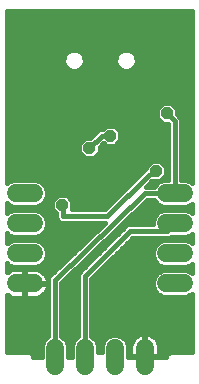
<source format=gbl>
G75*
%MOIN*%
%OFA0B0*%
%FSLAX24Y24*%
%IPPOS*%
%LPD*%
%AMOC8*
5,1,8,0,0,1.08239X$1,22.5*
%
%ADD10C,0.0600*%
%ADD11OC8,0.0396*%
%ADD12C,0.0160*%
D10*
X001930Y003048D02*
X001930Y003648D01*
X002930Y003648D02*
X002930Y003048D01*
X003930Y003048D02*
X003930Y003648D01*
X004930Y003648D02*
X004930Y003048D01*
X005630Y005793D02*
X006230Y005793D01*
X006230Y006793D02*
X005630Y006793D01*
X005630Y007793D02*
X006230Y007793D01*
X006230Y008793D02*
X005630Y008793D01*
X001230Y008793D02*
X000630Y008793D01*
X000630Y007793D02*
X001230Y007793D01*
X001230Y006793D02*
X000630Y006793D01*
X000630Y005793D02*
X001230Y005793D01*
D11*
X002180Y008418D03*
X002055Y010418D03*
X003083Y010316D03*
X003430Y009168D03*
X003780Y010721D03*
X005305Y009543D03*
X005555Y010668D03*
X005670Y011461D03*
X006180Y011543D03*
X003430Y005043D03*
X002490Y005298D03*
X005715Y004486D03*
D12*
X001215Y003414D02*
X001215Y003348D01*
X001490Y003348D01*
X001490Y003736D01*
X001557Y003898D01*
X001681Y004021D01*
X001710Y004033D01*
X001710Y005830D01*
X001710Y005830D01*
X001710Y005813D01*
X000950Y005813D01*
X000950Y005773D01*
X000950Y005313D01*
X001268Y005313D01*
X001342Y005325D01*
X001414Y005348D01*
X001482Y005383D01*
X001543Y005427D01*
X001596Y005481D01*
X001641Y005542D01*
X001675Y005609D01*
X001698Y005681D01*
X001710Y005756D01*
X001710Y005773D01*
X000950Y005773D01*
X000910Y005773D01*
X000910Y005313D01*
X000592Y005313D01*
X000518Y005325D01*
X000446Y005348D01*
X000378Y005383D01*
X000340Y005411D01*
X000340Y003508D01*
X000989Y003508D01*
X000989Y003509D01*
X001055Y003508D01*
X001121Y003508D01*
X001122Y003508D01*
X001122Y003508D01*
X001168Y003461D01*
X001215Y003415D01*
X001215Y003414D01*
X001215Y003414D01*
X001138Y003492D02*
X001490Y003492D01*
X001490Y003650D02*
X000340Y003650D01*
X000340Y003809D02*
X001520Y003809D01*
X001627Y003967D02*
X000340Y003967D01*
X000340Y004126D02*
X001710Y004126D01*
X001710Y004284D02*
X000340Y004284D01*
X000340Y004443D02*
X001710Y004443D01*
X001710Y004601D02*
X000340Y004601D01*
X000340Y004760D02*
X001710Y004760D01*
X001710Y004918D02*
X000340Y004918D01*
X000340Y005077D02*
X001710Y005077D01*
X001710Y005235D02*
X000340Y005235D01*
X000340Y005394D02*
X000363Y005394D01*
X000340Y006176D02*
X000340Y006461D01*
X000381Y006420D01*
X000542Y006353D01*
X001318Y006353D01*
X001479Y006420D01*
X001603Y006544D01*
X001670Y006706D01*
X001670Y006881D01*
X001603Y007043D01*
X001479Y007166D01*
X001318Y007233D01*
X000542Y007233D01*
X000381Y007166D01*
X000340Y007126D01*
X000340Y007461D01*
X000381Y007420D01*
X000542Y007353D01*
X001318Y007353D01*
X001479Y007420D01*
X001603Y007544D01*
X001670Y007706D01*
X001670Y007881D01*
X001603Y008043D01*
X001479Y008166D01*
X001318Y008233D01*
X000542Y008233D01*
X000381Y008166D01*
X000340Y008126D01*
X000340Y008461D01*
X000381Y008420D01*
X000542Y008353D01*
X001318Y008353D01*
X001479Y008420D01*
X001603Y008544D01*
X001670Y008706D01*
X001670Y008881D01*
X001603Y009043D01*
X001479Y009166D01*
X001318Y009233D01*
X000542Y009233D01*
X000381Y009166D01*
X000340Y009126D01*
X000340Y014879D01*
X006515Y014879D01*
X006515Y009130D01*
X006479Y009166D01*
X006318Y009233D01*
X006150Y009233D01*
X006150Y011292D01*
X006008Y011434D01*
X006008Y011601D01*
X005810Y011799D01*
X005530Y011799D01*
X005332Y011601D01*
X005332Y011321D01*
X005530Y011123D01*
X005697Y011123D01*
X005710Y011110D01*
X005710Y009233D01*
X005542Y009233D01*
X005381Y009166D01*
X005257Y009043D01*
X005245Y009013D01*
X004961Y009013D01*
X005159Y009211D01*
X005165Y009205D01*
X005445Y009205D01*
X005643Y009403D01*
X005643Y009683D01*
X005445Y009881D01*
X005165Y009881D01*
X004967Y009683D01*
X004967Y009638D01*
X004964Y009638D01*
X004925Y009599D01*
X004875Y009574D01*
X004863Y009537D01*
X003589Y008263D01*
X002503Y008263D01*
X002518Y008278D01*
X002518Y008558D01*
X002320Y008756D01*
X002040Y008756D01*
X001842Y008558D01*
X001842Y008278D01*
X001968Y008152D01*
X001968Y007952D01*
X002097Y007823D01*
X003600Y007823D01*
X001842Y006138D01*
X001839Y006138D01*
X001776Y006076D01*
X001712Y006014D01*
X001712Y006011D01*
X001710Y006009D01*
X001710Y005921D01*
X001708Y005842D01*
X001698Y005906D01*
X001675Y005978D01*
X001641Y006045D01*
X001596Y006106D01*
X001543Y006159D01*
X001482Y006204D01*
X001414Y006238D01*
X001342Y006261D01*
X001268Y006273D01*
X000950Y006273D01*
X000950Y005813D01*
X000910Y005813D01*
X000910Y006273D01*
X000592Y006273D01*
X000518Y006261D01*
X000446Y006238D01*
X000378Y006204D01*
X000340Y006176D01*
X000340Y006186D02*
X000354Y006186D01*
X000340Y006345D02*
X002057Y006345D01*
X001892Y006186D02*
X001506Y006186D01*
X001562Y006503D02*
X002222Y006503D01*
X002388Y006662D02*
X001652Y006662D01*
X001670Y006820D02*
X002553Y006820D01*
X002719Y006979D02*
X001629Y006979D01*
X001508Y007137D02*
X002884Y007137D01*
X003049Y007296D02*
X000340Y007296D01*
X000340Y007454D02*
X000347Y007454D01*
X000340Y007137D02*
X000352Y007137D01*
X000910Y006186D02*
X000950Y006186D01*
X000950Y006028D02*
X000910Y006028D01*
X000910Y005869D02*
X000950Y005869D01*
X000950Y005711D02*
X000910Y005711D01*
X000910Y005552D02*
X000950Y005552D01*
X000950Y005394D02*
X000910Y005394D01*
X001497Y005394D02*
X001710Y005394D01*
X001710Y005552D02*
X001646Y005552D01*
X001703Y005711D02*
X001710Y005711D01*
X001704Y005869D02*
X001709Y005869D01*
X001726Y006028D02*
X001649Y006028D01*
X001930Y005918D02*
X004930Y008793D01*
X005930Y008793D01*
X005930Y011201D01*
X005670Y011461D01*
X005710Y011100D02*
X000340Y011100D01*
X000340Y011258D02*
X005394Y011258D01*
X005332Y011417D02*
X000340Y011417D01*
X000340Y011575D02*
X005332Y011575D01*
X005465Y011734D02*
X000340Y011734D01*
X000340Y011892D02*
X006515Y011892D01*
X006515Y011734D02*
X005875Y011734D01*
X006008Y011575D02*
X006515Y011575D01*
X006515Y011417D02*
X006025Y011417D01*
X006150Y011258D02*
X006515Y011258D01*
X006515Y011100D02*
X006150Y011100D01*
X006150Y010941D02*
X006515Y010941D01*
X006515Y010783D02*
X006150Y010783D01*
X006150Y010624D02*
X006515Y010624D01*
X006515Y010466D02*
X006150Y010466D01*
X006150Y010307D02*
X006515Y010307D01*
X006515Y010149D02*
X006150Y010149D01*
X006150Y009990D02*
X006515Y009990D01*
X006515Y009832D02*
X006150Y009832D01*
X006150Y009673D02*
X006515Y009673D01*
X006515Y009515D02*
X006150Y009515D01*
X006150Y009356D02*
X006515Y009356D01*
X006515Y009198D02*
X006403Y009198D01*
X006515Y008456D02*
X006515Y008130D01*
X006479Y008166D01*
X006318Y008233D01*
X005542Y008233D01*
X005381Y008166D01*
X005257Y008043D01*
X005190Y007881D01*
X005190Y007763D01*
X004339Y007763D01*
X004210Y007634D01*
X002710Y006134D01*
X002710Y004033D01*
X002681Y004021D01*
X002557Y003898D01*
X002490Y003736D01*
X002490Y003348D01*
X002370Y003348D01*
X002370Y003736D01*
X002303Y003898D01*
X002179Y004021D01*
X002150Y004033D01*
X002150Y005824D01*
X005018Y008573D01*
X005245Y008573D01*
X005257Y008544D01*
X005381Y008420D01*
X005542Y008353D01*
X006318Y008353D01*
X006479Y008420D01*
X006515Y008456D01*
X006515Y008405D02*
X006443Y008405D01*
X006515Y008247D02*
X004678Y008247D01*
X004843Y008405D02*
X005417Y008405D01*
X005249Y008564D02*
X005008Y008564D01*
X004987Y009039D02*
X005256Y009039D01*
X005146Y009198D02*
X005457Y009198D01*
X005596Y009356D02*
X005710Y009356D01*
X005710Y009515D02*
X005643Y009515D01*
X005643Y009673D02*
X005710Y009673D01*
X005710Y009832D02*
X005495Y009832D01*
X005710Y009990D02*
X003235Y009990D01*
X003223Y009978D02*
X003421Y010176D01*
X003421Y010343D01*
X003550Y010472D01*
X003640Y010383D01*
X003920Y010383D01*
X004118Y010581D01*
X004118Y010861D01*
X003920Y011059D01*
X003640Y011059D01*
X003522Y010941D01*
X003396Y010941D01*
X003109Y010654D01*
X002942Y010654D01*
X002744Y010456D01*
X002744Y010176D01*
X002942Y009978D01*
X003223Y009978D01*
X003083Y010316D02*
X003488Y010721D01*
X003780Y010721D01*
X004003Y010466D02*
X005710Y010466D01*
X005710Y010624D02*
X004118Y010624D01*
X004118Y010783D02*
X005710Y010783D01*
X005710Y010941D02*
X004038Y010941D01*
X003522Y010941D02*
X000340Y010941D01*
X000340Y010783D02*
X003238Y010783D01*
X003421Y010307D02*
X005710Y010307D01*
X005710Y010149D02*
X003394Y010149D01*
X003544Y010466D02*
X003557Y010466D01*
X002913Y010624D02*
X000340Y010624D01*
X000340Y010466D02*
X002754Y010466D01*
X002744Y010307D02*
X000340Y010307D01*
X000340Y010149D02*
X002771Y010149D01*
X002930Y009990D02*
X000340Y009990D01*
X000340Y009832D02*
X005115Y009832D01*
X004967Y009673D02*
X000340Y009673D01*
X000340Y009515D02*
X004840Y009515D01*
X004682Y009356D02*
X000340Y009356D01*
X000340Y009198D02*
X000457Y009198D01*
X000417Y008405D02*
X000340Y008405D01*
X000340Y008247D02*
X001873Y008247D01*
X001842Y008405D02*
X001443Y008405D01*
X001611Y008564D02*
X001847Y008564D01*
X002006Y008722D02*
X001670Y008722D01*
X001670Y008881D02*
X004206Y008881D01*
X004048Y008722D02*
X002354Y008722D01*
X002513Y008564D02*
X003889Y008564D01*
X003731Y008405D02*
X002518Y008405D01*
X002188Y008410D02*
X002188Y008043D01*
X003680Y008043D01*
X005055Y009418D01*
X005305Y009543D01*
X005303Y008088D02*
X004512Y008088D01*
X004347Y007930D02*
X005210Y007930D01*
X005190Y007771D02*
X004182Y007771D01*
X004188Y007613D02*
X004016Y007613D01*
X004030Y007454D02*
X003851Y007454D01*
X003871Y007296D02*
X003685Y007296D01*
X003713Y007137D02*
X003520Y007137D01*
X003554Y006979D02*
X003355Y006979D01*
X003396Y006820D02*
X003189Y006820D01*
X003237Y006662D02*
X003024Y006662D01*
X003079Y006503D02*
X002858Y006503D01*
X002920Y006345D02*
X002693Y006345D01*
X002762Y006186D02*
X002528Y006186D01*
X002362Y006028D02*
X002710Y006028D01*
X002710Y005869D02*
X002197Y005869D01*
X002150Y005711D02*
X002710Y005711D01*
X002710Y005552D02*
X002150Y005552D01*
X002150Y005394D02*
X002710Y005394D01*
X002710Y005235D02*
X002150Y005235D01*
X002150Y005077D02*
X002710Y005077D01*
X002710Y004918D02*
X002150Y004918D01*
X002150Y004760D02*
X002710Y004760D01*
X002710Y004601D02*
X002150Y004601D01*
X002150Y004443D02*
X002710Y004443D01*
X002710Y004284D02*
X002150Y004284D01*
X002150Y004126D02*
X002710Y004126D01*
X002627Y003967D02*
X002233Y003967D01*
X002340Y003809D02*
X002520Y003809D01*
X002490Y003650D02*
X002370Y003650D01*
X002370Y003492D02*
X002490Y003492D01*
X002930Y003348D02*
X002930Y006043D01*
X004430Y007543D01*
X005680Y007543D01*
X005930Y007793D01*
X005801Y007353D02*
X006318Y007353D01*
X006479Y007420D01*
X006515Y007456D01*
X006515Y007130D01*
X006479Y007166D01*
X006318Y007233D01*
X005542Y007233D01*
X005381Y007166D01*
X005257Y007043D01*
X005190Y006881D01*
X005190Y006706D01*
X005257Y006544D01*
X005381Y006420D01*
X005542Y006353D01*
X006318Y006353D01*
X006479Y006420D01*
X006515Y006456D01*
X006515Y006130D01*
X006479Y006166D01*
X006318Y006233D01*
X005542Y006233D01*
X005381Y006166D01*
X005257Y006043D01*
X005190Y005881D01*
X005190Y005706D01*
X005257Y005544D01*
X005381Y005420D01*
X005542Y005353D01*
X006318Y005353D01*
X006479Y005420D01*
X006515Y005456D01*
X006515Y003508D01*
X005869Y003508D01*
X005867Y003510D01*
X005803Y003508D01*
X005739Y003508D01*
X005737Y003507D01*
X005735Y003507D01*
X005690Y003460D01*
X005645Y003415D01*
X005645Y003412D01*
X005643Y003410D01*
X005645Y003348D01*
X004950Y003348D01*
X004950Y003368D01*
X005410Y003368D01*
X005410Y003686D01*
X005398Y003761D01*
X005375Y003833D01*
X005341Y003900D01*
X005296Y003961D01*
X005243Y004014D01*
X005182Y004059D01*
X005114Y004093D01*
X005042Y004116D01*
X004968Y004128D01*
X004950Y004128D01*
X004950Y003368D01*
X004910Y003368D01*
X004910Y003348D01*
X004370Y003348D01*
X004370Y003736D01*
X004303Y003898D01*
X004179Y004021D01*
X004018Y004088D01*
X003842Y004088D01*
X003681Y004021D01*
X003557Y003898D01*
X003490Y003736D01*
X003490Y003508D01*
X003370Y003508D01*
X003370Y003736D01*
X003303Y003898D01*
X003179Y004021D01*
X003150Y004033D01*
X003150Y005952D01*
X004521Y007323D01*
X005771Y007323D01*
X005801Y007353D01*
X005352Y007137D02*
X004335Y007137D01*
X004494Y007296D02*
X006515Y007296D01*
X006513Y007454D02*
X006515Y007454D01*
X006508Y007137D02*
X006515Y007137D01*
X006515Y006345D02*
X003543Y006345D01*
X003701Y006503D02*
X005298Y006503D01*
X005208Y006662D02*
X003860Y006662D01*
X004018Y006820D02*
X005190Y006820D01*
X005231Y006979D02*
X004177Y006979D01*
X003546Y007771D02*
X001670Y007771D01*
X001650Y007930D02*
X001991Y007930D01*
X001968Y008088D02*
X001557Y008088D01*
X001631Y007613D02*
X003380Y007613D01*
X003215Y007454D02*
X001513Y007454D01*
X002188Y008410D02*
X002180Y008418D01*
X001604Y009039D02*
X004365Y009039D01*
X004523Y009198D02*
X001403Y009198D01*
X000340Y012051D02*
X006515Y012051D01*
X006515Y012209D02*
X000340Y012209D01*
X000340Y012368D02*
X006515Y012368D01*
X006515Y012526D02*
X000340Y012526D01*
X000340Y012685D02*
X006515Y012685D01*
X006515Y012843D02*
X000340Y012843D01*
X000340Y013002D02*
X002292Y013002D01*
X002266Y013027D02*
X002367Y012927D01*
X002498Y012873D01*
X002640Y012873D01*
X002771Y012927D01*
X002871Y013027D01*
X002926Y013159D01*
X002926Y013301D01*
X002871Y013432D01*
X002771Y013532D01*
X002640Y013586D01*
X002498Y013586D01*
X002367Y013532D01*
X002266Y013432D01*
X002212Y013301D01*
X002212Y013159D01*
X002266Y013027D01*
X002212Y013160D02*
X000340Y013160D01*
X000340Y013319D02*
X002220Y013319D01*
X002312Y013477D02*
X000340Y013477D01*
X000340Y013636D02*
X006515Y013636D01*
X006515Y013794D02*
X000340Y013794D01*
X000340Y013953D02*
X006515Y013953D01*
X006515Y014111D02*
X000340Y014111D01*
X000340Y014270D02*
X006515Y014270D01*
X006515Y014428D02*
X000340Y014428D01*
X000340Y014587D02*
X006515Y014587D01*
X006515Y014745D02*
X000340Y014745D01*
X002826Y013477D02*
X004044Y013477D01*
X003999Y013432D02*
X003944Y013301D01*
X003944Y013159D01*
X003999Y013027D01*
X004099Y012927D01*
X004230Y012873D01*
X004372Y012873D01*
X004503Y012927D01*
X004604Y013027D01*
X004658Y013159D01*
X004658Y013301D01*
X004604Y013432D01*
X004503Y013532D01*
X004372Y013586D01*
X004230Y013586D01*
X004099Y013532D01*
X003999Y013432D01*
X003952Y013319D02*
X002918Y013319D01*
X002926Y013160D02*
X003944Y013160D01*
X004024Y013002D02*
X002846Y013002D01*
X004578Y013002D02*
X006515Y013002D01*
X006515Y013160D02*
X004658Y013160D01*
X004650Y013319D02*
X006515Y013319D01*
X006515Y013477D02*
X004558Y013477D01*
X005429Y006186D02*
X003384Y006186D01*
X003226Y006028D02*
X005251Y006028D01*
X005190Y005869D02*
X003150Y005869D01*
X003150Y005711D02*
X005190Y005711D01*
X005254Y005552D02*
X003150Y005552D01*
X003150Y005394D02*
X005445Y005394D01*
X004984Y004126D02*
X006515Y004126D01*
X006515Y004284D02*
X003150Y004284D01*
X003150Y004126D02*
X004876Y004126D01*
X004892Y004128D02*
X004818Y004116D01*
X004746Y004093D01*
X004678Y004059D01*
X004617Y004014D01*
X004564Y003961D01*
X004519Y003900D01*
X004485Y003833D01*
X004462Y003761D01*
X004450Y003686D01*
X004450Y003368D01*
X004910Y003368D01*
X004910Y004128D01*
X004892Y004128D01*
X004910Y004126D02*
X004950Y004126D01*
X004950Y003967D02*
X004910Y003967D01*
X004910Y003809D02*
X004950Y003809D01*
X004950Y003650D02*
X004910Y003650D01*
X004910Y003492D02*
X004950Y003492D01*
X005290Y003967D02*
X006515Y003967D01*
X006515Y003809D02*
X005383Y003809D01*
X005410Y003650D02*
X006515Y003650D01*
X006515Y004443D02*
X003150Y004443D01*
X003150Y004601D02*
X006515Y004601D01*
X006515Y004760D02*
X003150Y004760D01*
X003150Y004918D02*
X006515Y004918D01*
X006515Y005077D02*
X003150Y005077D01*
X003150Y005235D02*
X006515Y005235D01*
X006515Y005394D02*
X006415Y005394D01*
X006431Y006186D02*
X006515Y006186D01*
X005721Y003492D02*
X005410Y003492D01*
X004570Y003967D02*
X004233Y003967D01*
X004340Y003809D02*
X004477Y003809D01*
X004450Y003650D02*
X004370Y003650D01*
X004370Y003492D02*
X004450Y003492D01*
X003627Y003967D02*
X003233Y003967D01*
X003340Y003809D02*
X003520Y003809D01*
X003490Y003650D02*
X003370Y003650D01*
X001930Y003348D02*
X001930Y005918D01*
M02*

</source>
